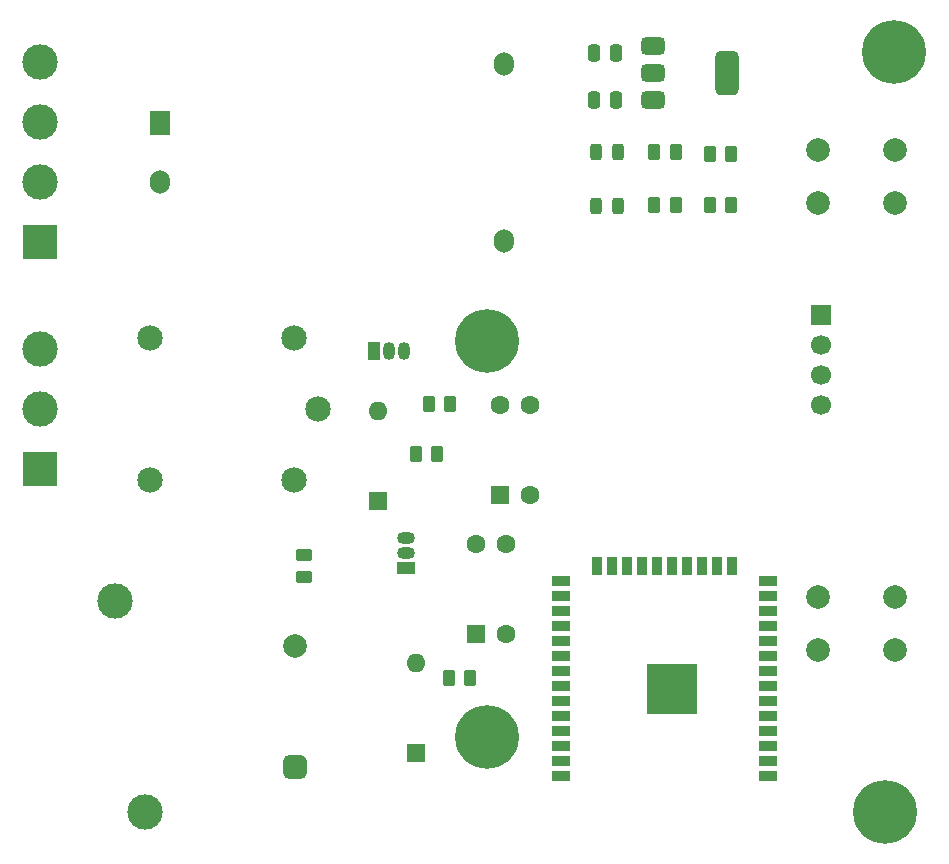
<source format=gts>
G04 #@! TF.GenerationSoftware,KiCad,Pcbnew,9.0.1*
G04 #@! TF.CreationDate,2025-08-27T22:36:15+05:00*
G04 #@! TF.ProjectId,30A_home_automation_using_esp32,3330415f-686f-46d6-955f-6175746f6d61,rev?*
G04 #@! TF.SameCoordinates,Original*
G04 #@! TF.FileFunction,Soldermask,Top*
G04 #@! TF.FilePolarity,Negative*
%FSLAX46Y46*%
G04 Gerber Fmt 4.6, Leading zero omitted, Abs format (unit mm)*
G04 Created by KiCad (PCBNEW 9.0.1) date 2025-08-27 22:36:15*
%MOMM*%
%LPD*%
G01*
G04 APERTURE LIST*
G04 Aperture macros list*
%AMRoundRect*
0 Rectangle with rounded corners*
0 $1 Rounding radius*
0 $2 $3 $4 $5 $6 $7 $8 $9 X,Y pos of 4 corners*
0 Add a 4 corners polygon primitive as box body*
4,1,4,$2,$3,$4,$5,$6,$7,$8,$9,$2,$3,0*
0 Add four circle primitives for the rounded corners*
1,1,$1+$1,$2,$3*
1,1,$1+$1,$4,$5*
1,1,$1+$1,$6,$7*
1,1,$1+$1,$8,$9*
0 Add four rect primitives between the rounded corners*
20,1,$1+$1,$2,$3,$4,$5,0*
20,1,$1+$1,$4,$5,$6,$7,0*
20,1,$1+$1,$6,$7,$8,$9,0*
20,1,$1+$1,$8,$9,$2,$3,0*%
G04 Aperture macros list end*
%ADD10RoundRect,0.243750X-0.243750X-0.456250X0.243750X-0.456250X0.243750X0.456250X-0.243750X0.456250X0*%
%ADD11C,0.800000*%
%ADD12C,5.400000*%
%ADD13RoundRect,0.250000X-0.262500X-0.450000X0.262500X-0.450000X0.262500X0.450000X-0.262500X0.450000X0*%
%ADD14R,3.000000X3.000000*%
%ADD15C,3.000000*%
%ADD16RoundRect,0.250000X0.550000X-0.550000X0.550000X0.550000X-0.550000X0.550000X-0.550000X-0.550000X0*%
%ADD17C,1.600000*%
%ADD18RoundRect,0.250000X0.250000X0.475000X-0.250000X0.475000X-0.250000X-0.475000X0.250000X-0.475000X0*%
%ADD19R,1.600000X1.600000*%
%ADD20O,1.600000X1.600000*%
%ADD21RoundRect,0.375000X-0.625000X-0.375000X0.625000X-0.375000X0.625000X0.375000X-0.625000X0.375000X0*%
%ADD22RoundRect,0.500000X-0.500000X-1.400000X0.500000X-1.400000X0.500000X1.400000X-0.500000X1.400000X0*%
%ADD23R,1.500000X0.900000*%
%ADD24R,0.900000X1.500000*%
%ADD25C,0.600000*%
%ADD26R,4.200000X4.200000*%
%ADD27RoundRect,0.250000X-0.450000X0.262500X-0.450000X-0.262500X0.450000X-0.262500X0.450000X0.262500X0*%
%ADD28C,2.000000*%
%ADD29R,1.050000X1.500000*%
%ADD30O,1.050000X1.500000*%
%ADD31R,1.500000X1.050000*%
%ADD32O,1.500000X1.050000*%
%ADD33RoundRect,0.500000X-0.500000X-0.500000X0.500000X-0.500000X0.500000X0.500000X-0.500000X0.500000X0*%
%ADD34RoundRect,0.250000X0.262500X0.450000X-0.262500X0.450000X-0.262500X-0.450000X0.262500X-0.450000X0*%
%ADD35R,1.700000X1.700000*%
%ADD36C,1.700000*%
%ADD37R,1.700000X2.000000*%
%ADD38O,1.700000X2.000000*%
%ADD39C,2.154000*%
G04 APERTURE END LIST*
D10*
X130262500Y-63800000D03*
X132137500Y-63800000D03*
D11*
X152675000Y-115100000D03*
X153268109Y-113668109D03*
X153268109Y-116531891D03*
X154700000Y-113075000D03*
D12*
X154700000Y-115100000D03*
D11*
X154700000Y-117125000D03*
X156131891Y-113668109D03*
X156131891Y-116531891D03*
X156725000Y-115100000D03*
D13*
X139887500Y-63755000D03*
X141712500Y-63755000D03*
D11*
X118975000Y-108800000D03*
X119568109Y-107368109D03*
X119568109Y-110231891D03*
X121000000Y-106775000D03*
D12*
X121000000Y-108800000D03*
D11*
X121000000Y-110825000D03*
X122431891Y-107368109D03*
X122431891Y-110231891D03*
X123025000Y-108800000D03*
D13*
X116075000Y-80600000D03*
X117900000Y-80600000D03*
D14*
X83200000Y-66920000D03*
D15*
X83200000Y-61840000D03*
X83200000Y-56760000D03*
X83200000Y-51680000D03*
D16*
X122125000Y-88300000D03*
D17*
X124665000Y-88300000D03*
X124665000Y-80680000D03*
X122125000Y-80680000D03*
D18*
X131950000Y-50900000D03*
X130050000Y-50900000D03*
D19*
X115000000Y-110110000D03*
D20*
X115000000Y-102490000D03*
D21*
X135050000Y-50300000D03*
X135050000Y-52600000D03*
D22*
X141350000Y-52600000D03*
D21*
X135050000Y-54900000D03*
D14*
X83200000Y-86080000D03*
D15*
X83200000Y-81000000D03*
X83200000Y-75920000D03*
D23*
X144795000Y-112102500D03*
X144795000Y-110832500D03*
X144795000Y-109562500D03*
X144795000Y-108292500D03*
X144795000Y-107022500D03*
X144795000Y-105752500D03*
X144795000Y-104482500D03*
X144795000Y-103212500D03*
X144795000Y-101942500D03*
X144795000Y-100672500D03*
X144795000Y-99402500D03*
X144795000Y-98132500D03*
X144795000Y-96862500D03*
X144795000Y-95592500D03*
D24*
X141755000Y-94342500D03*
X140485000Y-94342500D03*
X139215000Y-94342500D03*
X137945000Y-94342500D03*
X136675000Y-94342500D03*
X135405000Y-94342500D03*
X134135000Y-94342500D03*
X132865000Y-94342500D03*
X131595000Y-94342500D03*
X130325000Y-94342500D03*
D23*
X127295000Y-95592500D03*
X127295000Y-96862500D03*
X127295000Y-98132500D03*
X127295000Y-99402500D03*
X127295000Y-100672500D03*
X127295000Y-101942500D03*
X127295000Y-103212500D03*
X127295000Y-104482500D03*
X127295000Y-105752500D03*
X127295000Y-107022500D03*
X127295000Y-108292500D03*
X127295000Y-109562500D03*
X127295000Y-110832500D03*
X127295000Y-112102500D03*
D25*
X138250000Y-105525000D03*
X138250000Y-104000000D03*
X137487500Y-106287500D03*
X137487500Y-104762500D03*
X137487500Y-103237500D03*
X136725000Y-105525000D03*
D26*
X136725000Y-104762500D03*
D25*
X136725000Y-104000000D03*
X135962500Y-106287500D03*
X135962500Y-104762500D03*
X135962500Y-103237500D03*
X135200000Y-105525000D03*
X135200000Y-104000000D03*
D27*
X105500000Y-93387500D03*
X105500000Y-95212500D03*
D18*
X131950000Y-54900000D03*
X130050000Y-54900000D03*
D28*
X155550000Y-101450000D03*
X149050000Y-101450000D03*
X155550000Y-96950000D03*
X149050000Y-96950000D03*
D29*
X111430000Y-76100000D03*
D30*
X112700000Y-76100000D03*
X113970000Y-76100000D03*
D31*
X114160000Y-94440000D03*
D32*
X114160000Y-93170000D03*
X114160000Y-91900000D03*
D15*
X92090000Y-115100000D03*
X89550000Y-97300000D03*
D33*
X104750000Y-111300000D03*
D28*
X104750000Y-101100000D03*
D34*
X137000000Y-59255000D03*
X135175000Y-59255000D03*
X141712500Y-59400000D03*
X139887500Y-59400000D03*
D19*
X111800000Y-88810000D03*
D20*
X111800000Y-81190000D03*
D11*
X153475000Y-50800000D03*
X154068109Y-49368109D03*
X154068109Y-52231891D03*
X155500000Y-48775000D03*
D12*
X155500000Y-50800000D03*
D11*
X155500000Y-52825000D03*
X156931891Y-49368109D03*
X156931891Y-52231891D03*
X157525000Y-50800000D03*
D35*
X149320000Y-73050000D03*
D36*
X149320000Y-75590000D03*
X149320000Y-78130000D03*
X149320000Y-80670000D03*
D37*
X93345000Y-56837500D03*
D38*
X93345000Y-61837500D03*
X122425000Y-51837500D03*
X122425000Y-66837500D03*
D39*
X104700000Y-87000000D03*
X104700000Y-75000000D03*
X106700000Y-81000000D03*
X92500000Y-87000000D03*
X92500000Y-75000000D03*
D13*
X114987500Y-84800000D03*
X116812500Y-84800000D03*
X117787500Y-103800000D03*
X119612500Y-103800000D03*
D28*
X149050000Y-59100000D03*
X155550000Y-59100000D03*
X149050000Y-63600000D03*
X155550000Y-63600000D03*
D11*
X118975000Y-75225000D03*
X119568109Y-73793109D03*
X119568109Y-76656891D03*
X121000000Y-73200000D03*
D12*
X121000000Y-75225000D03*
D11*
X121000000Y-77250000D03*
X122431891Y-73793109D03*
X122431891Y-76656891D03*
X123025000Y-75225000D03*
D34*
X137000000Y-63755000D03*
X135175000Y-63755000D03*
D10*
X130262500Y-59300000D03*
X132137500Y-59300000D03*
D16*
X120125000Y-100100000D03*
D17*
X122665000Y-100100000D03*
X122665000Y-92480000D03*
X120125000Y-92480000D03*
M02*

</source>
